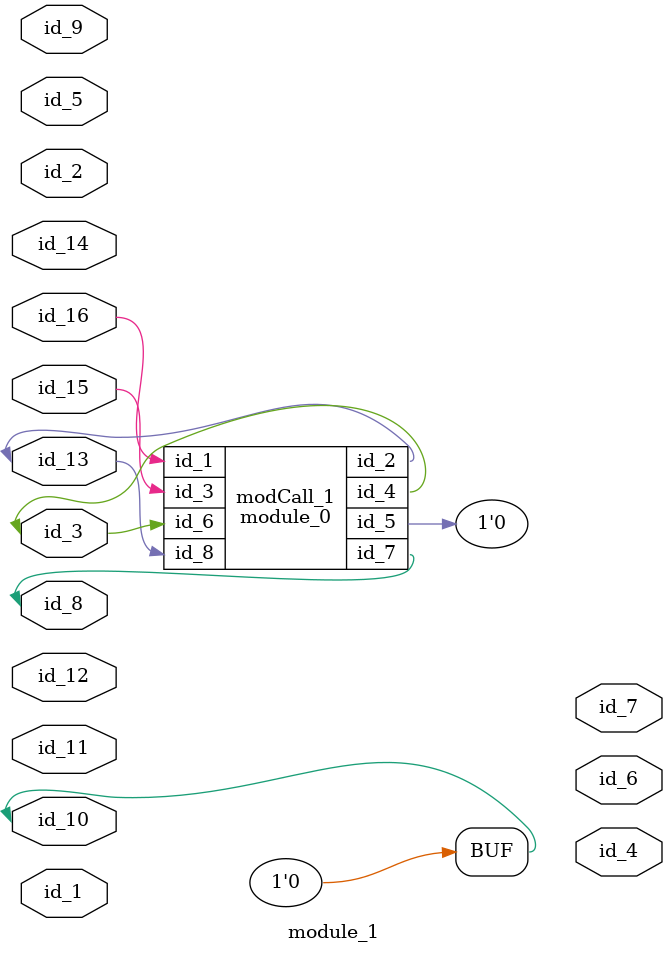
<source format=v>
module module_0 (
    id_1,
    id_2,
    id_3,
    id_4,
    id_5,
    id_6,
    id_7,
    id_8
);
  input wire id_8;
  output wire id_7;
  input wire id_6;
  inout wire id_5;
  output wire id_4;
  input wire id_3;
  output wire id_2;
  input wire id_1;
endmodule
module module_1 (
    id_1,
    id_2,
    id_3,
    id_4,
    id_5,
    id_6,
    id_7,
    id_8,
    id_9,
    id_10,
    id_11,
    id_12,
    id_13,
    id_14,
    id_15,
    id_16
);
  inout wire id_16;
  input wire id_15;
  input wire id_14;
  inout wire id_13;
  input wire id_12;
  input wire id_11;
  inout wire id_10;
  input wire id_9;
  inout wire id_8;
  output wire id_7;
  output wire id_6;
  input wire id_5;
  output wire id_4;
  inout wire id_3;
  input wire id_2;
  inout wire id_1;
  assign id_10 = 1'b0;
  module_0 modCall_1 (
      id_16,
      id_13,
      id_15,
      id_3,
      id_10,
      id_3,
      id_8,
      id_13
  );
endmodule

</source>
